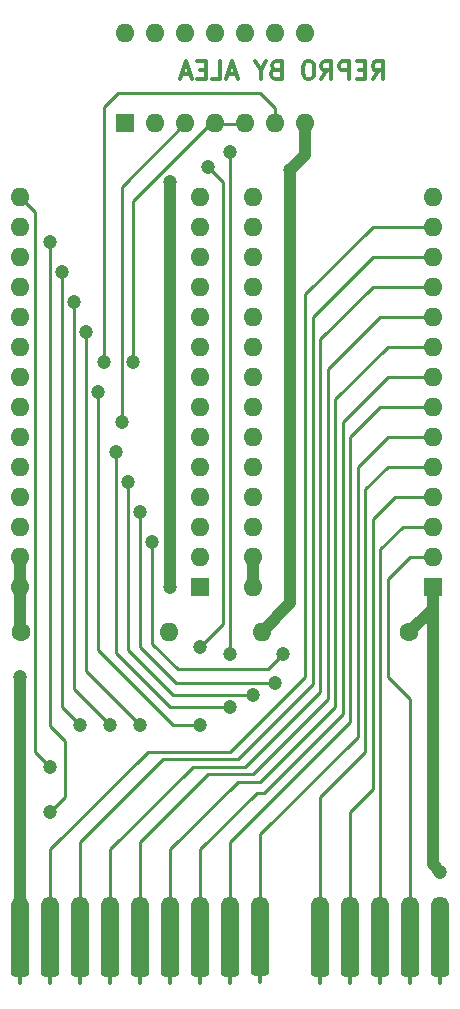
<source format=gbl>
%TF.GenerationSoftware,KiCad,Pcbnew,8.0.6+1*%
%TF.CreationDate,2024-12-27T19:20:12+01:00*%
%TF.ProjectId,QL_ROM_Cartridge_original,514c5f52-4f4d-45f4-9361-727472696467,0*%
%TF.SameCoordinates,Original*%
%TF.FileFunction,Copper,L2,Bot*%
%TF.FilePolarity,Positive*%
%FSLAX46Y46*%
G04 Gerber Fmt 4.6, Leading zero omitted, Abs format (unit mm)*
G04 Created by KiCad (PCBNEW 8.0.6+1) date 2024-12-27 19:20:12*
%MOMM*%
%LPD*%
G01*
G04 APERTURE LIST*
G04 Aperture macros list*
%AMRoundRect*
0 Rectangle with rounded corners*
0 $1 Rounding radius*
0 $2 $3 $4 $5 $6 $7 $8 $9 X,Y pos of 4 corners*
0 Add a 4 corners polygon primitive as box body*
4,1,4,$2,$3,$4,$5,$6,$7,$8,$9,$2,$3,0*
0 Add four circle primitives for the rounded corners*
1,1,$1+$1,$2,$3*
1,1,$1+$1,$4,$5*
1,1,$1+$1,$6,$7*
1,1,$1+$1,$8,$9*
0 Add four rect primitives between the rounded corners*
20,1,$1+$1,$2,$3,$4,$5,0*
20,1,$1+$1,$4,$5,$6,$7,0*
20,1,$1+$1,$6,$7,$8,$9,0*
20,1,$1+$1,$8,$9,$2,$3,0*%
G04 Aperture macros list end*
%ADD10C,0.300000*%
%TA.AperFunction,NonConductor*%
%ADD11C,0.300000*%
%TD*%
%TA.AperFunction,EtchedComponent*%
%ADD12C,0.300000*%
%TD*%
%TA.AperFunction,ComponentPad*%
%ADD13R,1.600000X1.600000*%
%TD*%
%TA.AperFunction,ComponentPad*%
%ADD14O,1.600000X1.600000*%
%TD*%
%TA.AperFunction,ConnectorPad*%
%ADD15RoundRect,0.762000X-0.000010X-1.738000X0.000010X-1.738000X0.000010X1.738000X-0.000010X1.738000X0*%
%TD*%
%TA.AperFunction,ConnectorPad*%
%ADD16RoundRect,0.228600X-0.533400X-2.271400X0.533400X-2.271400X0.533400X2.271400X-0.533400X2.271400X0*%
%TD*%
%TA.AperFunction,ComponentPad*%
%ADD17C,1.600000*%
%TD*%
%TA.AperFunction,ViaPad*%
%ADD18C,1.200000*%
%TD*%
%TA.AperFunction,Conductor*%
%ADD19C,1.000000*%
%TD*%
%TA.AperFunction,Conductor*%
%ADD20C,0.250000*%
%TD*%
%ADD21C,0.350000*%
G04 APERTURE END LIST*
D10*
D11*
X32372142Y77299672D02*
X32872142Y78013958D01*
X33229285Y77299672D02*
X33229285Y78799672D01*
X33229285Y78799672D02*
X32657856Y78799672D01*
X32657856Y78799672D02*
X32514999Y78728243D01*
X32514999Y78728243D02*
X32443570Y78656815D01*
X32443570Y78656815D02*
X32372142Y78513958D01*
X32372142Y78513958D02*
X32372142Y78299672D01*
X32372142Y78299672D02*
X32443570Y78156815D01*
X32443570Y78156815D02*
X32514999Y78085386D01*
X32514999Y78085386D02*
X32657856Y78013958D01*
X32657856Y78013958D02*
X33229285Y78013958D01*
X31729285Y78085386D02*
X31229285Y78085386D01*
X31014999Y77299672D02*
X31729285Y77299672D01*
X31729285Y77299672D02*
X31729285Y78799672D01*
X31729285Y78799672D02*
X31014999Y78799672D01*
X30372142Y77299672D02*
X30372142Y78799672D01*
X30372142Y78799672D02*
X29800713Y78799672D01*
X29800713Y78799672D02*
X29657856Y78728243D01*
X29657856Y78728243D02*
X29586427Y78656815D01*
X29586427Y78656815D02*
X29514999Y78513958D01*
X29514999Y78513958D02*
X29514999Y78299672D01*
X29514999Y78299672D02*
X29586427Y78156815D01*
X29586427Y78156815D02*
X29657856Y78085386D01*
X29657856Y78085386D02*
X29800713Y78013958D01*
X29800713Y78013958D02*
X30372142Y78013958D01*
X28014999Y77299672D02*
X28514999Y78013958D01*
X28872142Y77299672D02*
X28872142Y78799672D01*
X28872142Y78799672D02*
X28300713Y78799672D01*
X28300713Y78799672D02*
X28157856Y78728243D01*
X28157856Y78728243D02*
X28086427Y78656815D01*
X28086427Y78656815D02*
X28014999Y78513958D01*
X28014999Y78513958D02*
X28014999Y78299672D01*
X28014999Y78299672D02*
X28086427Y78156815D01*
X28086427Y78156815D02*
X28157856Y78085386D01*
X28157856Y78085386D02*
X28300713Y78013958D01*
X28300713Y78013958D02*
X28872142Y78013958D01*
X27086427Y78799672D02*
X26800713Y78799672D01*
X26800713Y78799672D02*
X26657856Y78728243D01*
X26657856Y78728243D02*
X26514999Y78585386D01*
X26514999Y78585386D02*
X26443570Y78299672D01*
X26443570Y78299672D02*
X26443570Y77799672D01*
X26443570Y77799672D02*
X26514999Y77513958D01*
X26514999Y77513958D02*
X26657856Y77371100D01*
X26657856Y77371100D02*
X26800713Y77299672D01*
X26800713Y77299672D02*
X27086427Y77299672D01*
X27086427Y77299672D02*
X27229285Y77371100D01*
X27229285Y77371100D02*
X27372142Y77513958D01*
X27372142Y77513958D02*
X27443570Y77799672D01*
X27443570Y77799672D02*
X27443570Y78299672D01*
X27443570Y78299672D02*
X27372142Y78585386D01*
X27372142Y78585386D02*
X27229285Y78728243D01*
X27229285Y78728243D02*
X27086427Y78799672D01*
X24157856Y78085386D02*
X23943570Y78013958D01*
X23943570Y78013958D02*
X23872141Y77942529D01*
X23872141Y77942529D02*
X23800713Y77799672D01*
X23800713Y77799672D02*
X23800713Y77585386D01*
X23800713Y77585386D02*
X23872141Y77442529D01*
X23872141Y77442529D02*
X23943570Y77371100D01*
X23943570Y77371100D02*
X24086427Y77299672D01*
X24086427Y77299672D02*
X24657856Y77299672D01*
X24657856Y77299672D02*
X24657856Y78799672D01*
X24657856Y78799672D02*
X24157856Y78799672D01*
X24157856Y78799672D02*
X24014999Y78728243D01*
X24014999Y78728243D02*
X23943570Y78656815D01*
X23943570Y78656815D02*
X23872141Y78513958D01*
X23872141Y78513958D02*
X23872141Y78371100D01*
X23872141Y78371100D02*
X23943570Y78228243D01*
X23943570Y78228243D02*
X24014999Y78156815D01*
X24014999Y78156815D02*
X24157856Y78085386D01*
X24157856Y78085386D02*
X24657856Y78085386D01*
X22872141Y78013958D02*
X22872141Y77299672D01*
X23372141Y78799672D02*
X22872141Y78013958D01*
X22872141Y78013958D02*
X22372141Y78799672D01*
X20800713Y77728243D02*
X20086428Y77728243D01*
X20943570Y77299672D02*
X20443570Y78799672D01*
X20443570Y78799672D02*
X19943570Y77299672D01*
X18729285Y77299672D02*
X19443571Y77299672D01*
X19443571Y77299672D02*
X19443571Y78799672D01*
X18229285Y78085386D02*
X17729285Y78085386D01*
X17514999Y77299672D02*
X18229285Y77299672D01*
X18229285Y77299672D02*
X18229285Y78799672D01*
X18229285Y78799672D02*
X17514999Y78799672D01*
X16943570Y77728243D02*
X16229285Y77728243D01*
X17086427Y77299672D02*
X16586427Y78799672D01*
X16586427Y78799672D02*
X16086427Y77299672D01*
D12*
%TO.C,J1*%
X2540000Y747400D02*
X2540000Y1357000D01*
X5080000Y747400D02*
X5080000Y1357000D01*
X7620000Y772800D02*
X7620000Y1382400D01*
X10160000Y747400D02*
X10160000Y1357000D01*
X12700000Y747400D02*
X12700000Y1382400D01*
X15240000Y772800D02*
X15240000Y1382400D01*
X17780000Y747400D02*
X17780000Y1357000D01*
X20320000Y772800D02*
X20320000Y1382400D01*
X22860000Y812800D02*
X22860000Y1397000D01*
X27940000Y772800D02*
X27940000Y1357000D01*
X30480000Y732800D02*
X30480000Y1270000D01*
X33020000Y732800D02*
X33020000Y1270000D01*
X35560000Y732800D02*
X35560000Y1317000D01*
X38100000Y747400D02*
X38100000Y1357000D01*
%TD*%
D13*
%TO.P,IC3,1*%
%TO.N,/A15*%
X11430000Y73533000D03*
D14*
%TO.P,IC3,2*%
%TO.N,/ROMOE*%
X13970000Y73533000D03*
%TO.P,IC3,3*%
%TO.N,/U_ROMOE*%
X16510000Y73533000D03*
%TO.P,IC3,4*%
%TO.N,/U2_CE*%
X19050000Y73533000D03*
%TO.P,IC3,5*%
X21590000Y73533000D03*
%TO.P,IC3,6*%
%TO.N,/U1_CE*%
X24130000Y73533000D03*
%TO.P,IC3,7,GND*%
%TO.N,GND*%
X26670000Y73533000D03*
%TO.P,IC3,8*%
%TO.N,/U2_CE*%
X26670000Y81153000D03*
%TO.P,IC3,9*%
%TO.N,/A14*%
X24130000Y81153000D03*
%TO.P,IC3,10*%
%TO.N,/A15*%
X21590000Y81153000D03*
%TO.P,IC3,11*%
%TO.N,unconnected-(IC3-Pad11)*%
X19050000Y81153000D03*
%TO.P,IC3,12*%
%TO.N,unconnected-(IC3-Pad12)*%
X16510000Y81153000D03*
%TO.P,IC3,13*%
%TO.N,unconnected-(IC3-Pad13)*%
X13970000Y81153000D03*
%TO.P,IC3,14,VCC*%
%TO.N,VCC*%
X11430000Y81153000D03*
%TD*%
D13*
%TO.P,IC2,1,VPP*%
%TO.N,VCC*%
X37465000Y34290000D03*
D14*
%TO.P,IC2,2,A12*%
%TO.N,/A12*%
X37465000Y36830000D03*
%TO.P,IC2,3,A7*%
%TO.N,/A7*%
X37465000Y39370000D03*
%TO.P,IC2,4,A6*%
%TO.N,/A6*%
X37465000Y41910000D03*
%TO.P,IC2,5,A5*%
%TO.N,/A5*%
X37465000Y44450000D03*
%TO.P,IC2,6,A4*%
%TO.N,/A4*%
X37465000Y46990000D03*
%TO.P,IC2,7,A3*%
%TO.N,/A3*%
X37465000Y49530000D03*
%TO.P,IC2,8,A2*%
%TO.N,/A2*%
X37465000Y52070000D03*
%TO.P,IC2,9,A1*%
%TO.N,/A1*%
X37465000Y54610000D03*
%TO.P,IC2,10,A0*%
%TO.N,/A0*%
X37465000Y57150000D03*
%TO.P,IC2,11,D0*%
%TO.N,/D0*%
X37465000Y59690000D03*
%TO.P,IC2,12,D1*%
%TO.N,/D1*%
X37465000Y62230000D03*
%TO.P,IC2,13,D2*%
%TO.N,/D2*%
X37465000Y64770000D03*
%TO.P,IC2,14,GND*%
%TO.N,GND*%
X37465000Y67310000D03*
%TO.P,IC2,15,D3*%
%TO.N,/D3*%
X22225000Y67310000D03*
%TO.P,IC2,16,D4*%
%TO.N,/D4*%
X22225000Y64770000D03*
%TO.P,IC2,17,D5*%
%TO.N,/D5*%
X22225000Y62230000D03*
%TO.P,IC2,18,D6*%
%TO.N,/D6*%
X22225000Y59690000D03*
%TO.P,IC2,19,D7*%
%TO.N,/D7*%
X22225000Y57150000D03*
%TO.P,IC2,20,~{CE}*%
%TO.N,/U2_CE*%
X22225000Y54610000D03*
%TO.P,IC2,21,A10*%
%TO.N,/A10*%
X22225000Y52070000D03*
%TO.P,IC2,22,~{OE}*%
%TO.N,/U_ROMOE*%
X22225000Y49530000D03*
%TO.P,IC2,23,A11*%
%TO.N,/A11*%
X22225000Y46990000D03*
%TO.P,IC2,24,A9*%
%TO.N,/A9*%
X22225000Y44450000D03*
%TO.P,IC2,25,A8*%
%TO.N,/A8*%
X22225000Y41910000D03*
%TO.P,IC2,26,A13*%
%TO.N,/A13*%
X22225000Y39370000D03*
%TO.P,IC2,27,~{PGM}*%
%TO.N,VCC*%
X22225000Y36830000D03*
%TO.P,IC2,28,VCC*%
X22225000Y34290000D03*
%TD*%
D15*
%TO.P,J1,2,N/C*%
%TO.N,unconnected-(J1-N{slash}C-Pad2)_1*%
X38100000Y5548000D03*
D16*
%TO.N,unconnected-(J1-N{slash}C-Pad2)*%
X38100000Y3810000D03*
D15*
%TO.P,J1,4,A12*%
%TO.N,/A12*%
X35560000Y5548000D03*
D16*
X35560000Y3770000D03*
D15*
%TO.P,J1,6,A7*%
%TO.N,/A7*%
X33020000Y5548000D03*
D16*
X33020000Y3770000D03*
D15*
%TO.P,J1,8,A6*%
%TO.N,/A6*%
X30480000Y5548000D03*
D16*
X30480000Y3770000D03*
D15*
%TO.P,J1,10,A5*%
%TO.N,/A5*%
X27940000Y5588000D03*
D16*
X27940000Y3810000D03*
D15*
%TO.P,J1,12,A4*%
%TO.N,/A4*%
X22860000Y5588000D03*
D16*
X22860000Y3850000D03*
D15*
%TO.P,J1,14,A3*%
%TO.N,/A3*%
X20320000Y5548000D03*
D16*
X20320000Y3810000D03*
D15*
%TO.P,J1,16,A2*%
%TO.N,/A2*%
X17780000Y5548000D03*
D16*
X17780000Y3810000D03*
D15*
%TO.P,J1,18,A1*%
%TO.N,/A1*%
X15240000Y5548000D03*
D16*
X15240000Y3820800D03*
D15*
%TO.P,J1,20,A0*%
%TO.N,/A0*%
X12700000Y5548000D03*
D16*
X12700000Y3820800D03*
D15*
%TO.P,J1,22,D0*%
%TO.N,/D0*%
X10160000Y5548000D03*
D16*
X10160000Y3820800D03*
%TO.P,J1,24,D1*%
%TO.N,/D1*%
X7594600Y3820800D03*
D15*
X7620000Y5588000D03*
%TO.P,J1,26,D2*%
%TO.N,/D2*%
X5080000Y5548000D03*
D16*
X5080000Y3810000D03*
D15*
%TO.P,J1,28,GND*%
%TO.N,GND*%
X2540000Y5548000D03*
D16*
X2540000Y3810000D03*
%TD*%
D13*
%TO.P,IC1,1,VPP*%
%TO.N,VCC*%
X17785000Y34300000D03*
D14*
%TO.P,IC1,2,A12*%
%TO.N,/A12*%
X17785000Y36840000D03*
%TO.P,IC1,3,A7*%
%TO.N,/A7*%
X17785000Y39380000D03*
%TO.P,IC1,4,A6*%
%TO.N,/A6*%
X17785000Y41920000D03*
%TO.P,IC1,5,A5*%
%TO.N,/A5*%
X17785000Y44460000D03*
%TO.P,IC1,6,A4*%
%TO.N,/A4*%
X17785000Y47000000D03*
%TO.P,IC1,7,A3*%
%TO.N,/A3*%
X17785000Y49540000D03*
%TO.P,IC1,8,A2*%
%TO.N,/A2*%
X17785000Y52080000D03*
%TO.P,IC1,9,A1*%
%TO.N,/A1*%
X17785000Y54620000D03*
%TO.P,IC1,10,A0*%
%TO.N,/A0*%
X17785000Y57160000D03*
%TO.P,IC1,11,D0*%
%TO.N,/D0*%
X17785000Y59700000D03*
%TO.P,IC1,12,D1*%
%TO.N,/D1*%
X17785000Y62240000D03*
%TO.P,IC1,13,D2*%
%TO.N,/D2*%
X17785000Y64780000D03*
%TO.P,IC1,14,GND*%
%TO.N,GND*%
X17785000Y67320000D03*
%TO.P,IC1,15,D3*%
%TO.N,/D3*%
X2545000Y67320000D03*
%TO.P,IC1,16,D4*%
%TO.N,/D4*%
X2545000Y64780000D03*
%TO.P,IC1,17,D5*%
%TO.N,/D5*%
X2545000Y62240000D03*
%TO.P,IC1,18,D6*%
%TO.N,/D6*%
X2545000Y59700000D03*
%TO.P,IC1,19,D7*%
%TO.N,/D7*%
X2545000Y57160000D03*
%TO.P,IC1,20,~{CE}*%
%TO.N,/U1_CE*%
X2545000Y54620000D03*
%TO.P,IC1,21,A10*%
%TO.N,/A10*%
X2545000Y52080000D03*
%TO.P,IC1,22,~{OE}*%
%TO.N,/U_ROMOE*%
X2545000Y49540000D03*
%TO.P,IC1,23,A11*%
%TO.N,/A11*%
X2545000Y47000000D03*
%TO.P,IC1,24,A9*%
%TO.N,/A9*%
X2545000Y44460000D03*
%TO.P,IC1,25,A8*%
%TO.N,/A8*%
X2545000Y41920000D03*
%TO.P,IC1,26,A13*%
%TO.N,/A13*%
X2545000Y39380000D03*
%TO.P,IC1,27,~{PGM}*%
%TO.N,VCC*%
X2545000Y36840000D03*
%TO.P,IC1,28,VCC*%
X2545000Y34300000D03*
%TD*%
D17*
%TO.P,C1,1*%
%TO.N,VCC*%
X2620000Y30480000D03*
D14*
%TO.P,C1,2*%
%TO.N,GND*%
X15120000Y30480000D03*
%TD*%
D17*
%TO.P,C2,1*%
%TO.N,VCC*%
X35460000Y30480000D03*
D14*
%TO.P,C2,2*%
%TO.N,GND*%
X22960000Y30480000D03*
%TD*%
D18*
%TO.N,VCC*%
X38100000Y10160000D03*
X15240000Y34275000D03*
X15240000Y68580000D03*
%TO.N,GND*%
X25400000Y69596000D03*
X2540000Y26670000D03*
%TO.N,/D3*%
X5080000Y19050000D03*
%TO.N,/D4*%
X5080000Y63500000D03*
X5080000Y15240000D03*
%TO.N,/D5*%
X7620000Y22606000D03*
X6096000Y60960000D03*
%TO.N,/D6*%
X7112000Y58420000D03*
X10160000Y22606000D03*
%TO.N,/D7*%
X8128000Y55880000D03*
X12700000Y22606000D03*
%TO.N,/A15*%
X18415000Y69850000D03*
X17780000Y29210000D03*
%TO.N,/A10*%
X17780000Y22606000D03*
X9144000Y50800000D03*
%TO.N,/ROMOE*%
X20320000Y28575000D03*
X20320000Y71120000D03*
%TO.N,/A11*%
X20320000Y24130000D03*
X10668000Y45720000D03*
%TO.N,/A9*%
X11684000Y43180000D03*
X22225000Y25146000D03*
%TO.N,/A8*%
X12700000Y40640000D03*
X24130000Y26162000D03*
%TO.N,/A13*%
X24765000Y28575000D03*
X13716000Y38100000D03*
%TO.N,/U1_CE*%
X9652000Y53340000D03*
%TO.N,/U2_CE*%
X12065000Y53340000D03*
%TO.N,/U_ROMOE*%
X11176000Y48260000D03*
%TD*%
D19*
%TO.N,GND*%
X26670000Y73533000D02*
X26670000Y70866000D01*
X26670000Y70866000D02*
X25400000Y69596000D01*
D20*
%TO.N,/U1_CE*%
X9652000Y53340000D02*
X9652000Y74930000D01*
%TO.N,/U_ROMOE*%
X11140489Y48295511D02*
X11140489Y66802000D01*
X16510000Y73533000D02*
X11140489Y68163489D01*
X11140489Y68163489D02*
X11140489Y66802000D01*
%TO.N,/U2_CE*%
X12065000Y53340000D02*
X12065000Y65278000D01*
X12065000Y66948000D02*
X12065000Y65278000D01*
X19050000Y73533000D02*
X18650000Y73533000D01*
X18650000Y73533000D02*
X12065000Y66948000D01*
D19*
%TO.N,VCC*%
X37465000Y32385000D02*
X35460000Y30480000D01*
X2545000Y30555000D02*
X2620000Y30480000D01*
X37465000Y34290000D02*
X37465000Y32385000D01*
X2545000Y36815000D02*
X2545000Y34275000D01*
X22225000Y36830000D02*
X22225000Y34290000D01*
X37465000Y10795000D02*
X38100000Y10160000D01*
X37465000Y32512000D02*
X37465000Y10795000D01*
X15240000Y34275000D02*
X15240000Y68580000D01*
X2545000Y34300000D02*
X2545000Y30555000D01*
%TO.N,GND*%
X25395000Y63505000D02*
X25400000Y63500000D01*
X25400000Y63500000D02*
X25400000Y32920000D01*
X25400000Y32920000D02*
X22960000Y30480000D01*
X25400000Y69596000D02*
X25395000Y63505000D01*
X2540000Y26670000D02*
X2540000Y5548000D01*
D20*
%TO.N,/D3*%
X3810000Y66030000D02*
X2545000Y67295000D01*
X5080000Y19050000D02*
X3810000Y20320000D01*
X3810000Y20320000D02*
X3810000Y66030000D01*
%TO.N,/D4*%
X5080000Y63500000D02*
X5080000Y22545960D01*
X6350000Y21275960D02*
X6350000Y16510000D01*
X6350000Y16510000D02*
X5080000Y15240000D01*
X5080000Y22545960D02*
X6350000Y21275960D01*
%TO.N,/D2*%
X5080000Y7747000D02*
X5080000Y12065000D01*
X26670000Y26670000D02*
X26670000Y59055000D01*
X32395000Y64780000D02*
X37465000Y64780000D01*
X13335000Y20320000D02*
X20320000Y20320000D01*
X5080000Y12065000D02*
X13335000Y20320000D01*
X20320000Y20320000D02*
X26670000Y26670000D01*
X26670000Y59055000D02*
X32395000Y64780000D01*
%TO.N,/D5*%
X7620000Y22606000D02*
X6096000Y24130000D01*
X6096000Y24130000D02*
X6096000Y60960000D01*
%TO.N,/D1*%
X20955000Y19685000D02*
X27305000Y26035000D01*
X7620000Y7787000D02*
X7620000Y12700000D01*
X27305000Y26035000D02*
X27305000Y57150000D01*
X32395000Y62240000D02*
X37465000Y62240000D01*
X7620000Y12700000D02*
X14605000Y19685000D01*
X14605000Y19685000D02*
X20955000Y19685000D01*
X27305000Y57150000D02*
X32395000Y62240000D01*
%TO.N,/D6*%
X7112000Y25654000D02*
X7112000Y58420000D01*
X10160000Y22606000D02*
X7112000Y25654000D01*
%TO.N,/D0*%
X27940000Y25400000D02*
X27940000Y55245000D01*
X27940000Y55245000D02*
X32395000Y59700000D01*
X32395000Y59700000D02*
X37465000Y59700000D01*
X10160000Y12065000D02*
X17145000Y19050000D01*
X21590000Y19050000D02*
X27940000Y25400000D01*
X17145000Y19050000D02*
X21590000Y19050000D01*
X10160000Y7747000D02*
X10160000Y12065000D01*
%TO.N,/D7*%
X12700000Y22606000D02*
X8128000Y27178000D01*
X8128000Y27178000D02*
X8128000Y55880000D01*
%TO.N,/A0*%
X18415000Y18415000D02*
X22225000Y18415000D01*
X33030000Y57160000D02*
X37465000Y57160000D01*
X12700000Y7747000D02*
X12700000Y12700000D01*
X28575000Y52705000D02*
X33030000Y57160000D01*
X28575000Y24765000D02*
X28575000Y52705000D01*
X12700000Y12700000D02*
X18415000Y18415000D01*
X22225000Y18415000D02*
X28575000Y24765000D01*
%TO.N,/A15*%
X19685000Y68580000D02*
X18415000Y69850000D01*
X17780000Y29210000D02*
X19685000Y31115000D01*
X19685000Y31115000D02*
X19685000Y68580000D01*
%TO.N,/A1*%
X22860000Y17780000D02*
X29210000Y24130000D01*
X20955000Y17780000D02*
X22860000Y17780000D01*
X15240000Y12065000D02*
X20955000Y17780000D01*
X15240000Y7747000D02*
X15240000Y12065000D01*
X33665000Y54620000D02*
X37465000Y54620000D01*
X29210000Y24130000D02*
X29210000Y50165000D01*
X29210000Y50165000D02*
X33665000Y54620000D01*
%TO.N,/A10*%
X9144000Y28956000D02*
X9144000Y50800000D01*
X15494000Y22606000D02*
X9144000Y28956000D01*
X17780000Y22606000D02*
X15494000Y22606000D01*
%TO.N,/A2*%
X17780000Y12065000D02*
X22542500Y16827500D01*
X22542500Y16827500D02*
X23177500Y16827500D01*
X23177500Y16827500D02*
X29845000Y23495000D01*
X29845000Y23495000D02*
X29845000Y48260000D01*
X29845000Y48260000D02*
X33665000Y52080000D01*
X17780000Y7747000D02*
X17780000Y12065000D01*
X33665000Y52080000D02*
X37465000Y52080000D01*
%TO.N,/ROMOE*%
X20320000Y28575000D02*
X20320000Y71120000D01*
%TO.N,/A3*%
X20320000Y12700000D02*
X30480000Y22860000D01*
X20320000Y7747000D02*
X20320000Y12700000D01*
X30480000Y46990000D02*
X30480000Y22860000D01*
X33030000Y49540000D02*
X30480000Y46990000D01*
X37465000Y49540000D02*
X33030000Y49540000D01*
%TO.N,/A11*%
X10668000Y28702000D02*
X10668000Y45720000D01*
X20320000Y24130000D02*
X15240000Y24130000D01*
X15240000Y24130000D02*
X10668000Y28702000D01*
%TO.N,/A4*%
X31115000Y44450000D02*
X31115000Y21590000D01*
X33665000Y47000000D02*
X31115000Y44450000D01*
X31115000Y21590000D02*
X22860000Y13335000D01*
X37465000Y47000000D02*
X33665000Y47000000D01*
X22860000Y13335000D02*
X22860000Y7787000D01*
%TO.N,/A9*%
X15494000Y25146000D02*
X11684000Y28956000D01*
X11684000Y28956000D02*
X11684000Y43180000D01*
X22225000Y25146000D02*
X15494000Y25146000D01*
%TO.N,/A5*%
X27940000Y16510000D02*
X31750000Y20320000D01*
X27940000Y7787000D02*
X27940000Y16510000D01*
X31750000Y20320000D02*
X31750000Y42545000D01*
X31750000Y42545000D02*
X33665000Y44460000D01*
X33665000Y44460000D02*
X37465000Y44460000D01*
%TO.N,/A8*%
X15748000Y26162000D02*
X12700000Y29210000D01*
X24130000Y26162000D02*
X15748000Y26162000D01*
X12700000Y29210000D02*
X12700000Y40640000D01*
%TO.N,/A6*%
X32385000Y40005000D02*
X34300000Y41920000D01*
X34300000Y41920000D02*
X37465000Y41920000D01*
X30480000Y15240000D02*
X32385000Y17145000D01*
X32385000Y17145000D02*
X32385000Y40005000D01*
X30480000Y7747000D02*
X30480000Y15240000D01*
%TO.N,/A13*%
X13716000Y29464000D02*
X15875000Y27305000D01*
X23495000Y27305000D02*
X24765000Y28575000D01*
X13716000Y38100000D02*
X13716000Y29464000D01*
X15875000Y27305000D02*
X23495000Y27305000D01*
%TO.N,/A7*%
X34935000Y39380000D02*
X37465000Y39380000D01*
X33020000Y37465000D02*
X34935000Y39380000D01*
X33020000Y5548000D02*
X33020000Y37465000D01*
%TO.N,/A12*%
X35570000Y36840000D02*
X33655000Y34925000D01*
X33655000Y34925000D02*
X33655000Y31750000D01*
X37465000Y36840000D02*
X35570000Y36840000D01*
X33652500Y32387500D02*
X33652500Y26672500D01*
X35560000Y24765000D02*
X35560000Y5548000D01*
X33655000Y31750000D02*
X33652500Y31752500D01*
X33652500Y26672500D02*
X35560000Y24765000D01*
%TO.N,/U1_CE*%
X9652000Y74930000D02*
X10795000Y76073000D01*
X10795000Y76073000D02*
X22860000Y76073000D01*
X22860000Y76073000D02*
X24125000Y74808000D01*
X24125000Y74808000D02*
X24125000Y73518000D01*
%TO.N,/U2_CE*%
X21585000Y73518000D02*
X19494520Y73518000D01*
%TO.N,/U_ROMOE*%
X11176000Y48260000D02*
X11140489Y48295511D01*
%TD*%
D21*
X38100000Y10160000D03*
X15240000Y34275000D03*
X15240000Y68580000D03*
X25400000Y69596000D03*
X2540000Y26670000D03*
X5080000Y19050000D03*
X5080000Y63500000D03*
X5080000Y15240000D03*
X7620000Y22606000D03*
X6096000Y60960000D03*
X7112000Y58420000D03*
X10160000Y22606000D03*
X8128000Y55880000D03*
X12700000Y22606000D03*
X18415000Y69850000D03*
X17780000Y29210000D03*
X17780000Y22606000D03*
X9144000Y50800000D03*
X20320000Y28575000D03*
X20320000Y71120000D03*
X20320000Y24130000D03*
X10668000Y45720000D03*
X11684000Y43180000D03*
X22225000Y25146000D03*
X12700000Y40640000D03*
X24130000Y26162000D03*
X24765000Y28575000D03*
X13716000Y38100000D03*
X9652000Y53340000D03*
X12065000Y53340000D03*
X11176000Y48260000D03*
X11430000Y73533000D03*
X13970000Y73533000D03*
X16510000Y73533000D03*
X19050000Y73533000D03*
X21590000Y73533000D03*
X24130000Y73533000D03*
X26670000Y73533000D03*
X26670000Y81153000D03*
X24130000Y81153000D03*
X21590000Y81153000D03*
X19050000Y81153000D03*
X16510000Y81153000D03*
X13970000Y81153000D03*
X11430000Y81153000D03*
X37465000Y34290000D03*
X37465000Y36830000D03*
X37465000Y39370000D03*
X37465000Y41910000D03*
X37465000Y44450000D03*
X37465000Y46990000D03*
X37465000Y49530000D03*
X37465000Y52070000D03*
X37465000Y54610000D03*
X37465000Y57150000D03*
X37465000Y59690000D03*
X37465000Y62230000D03*
X37465000Y64770000D03*
X37465000Y67310000D03*
X22225000Y67310000D03*
X22225000Y64770000D03*
X22225000Y62230000D03*
X22225000Y59690000D03*
X22225000Y57150000D03*
X22225000Y54610000D03*
X22225000Y52070000D03*
X22225000Y49530000D03*
X22225000Y46990000D03*
X22225000Y44450000D03*
X22225000Y41910000D03*
X22225000Y39370000D03*
X22225000Y36830000D03*
X22225000Y34290000D03*
X17785000Y34300000D03*
X17785000Y36840000D03*
X17785000Y39380000D03*
X17785000Y41920000D03*
X17785000Y44460000D03*
X17785000Y47000000D03*
X17785000Y49540000D03*
X17785000Y52080000D03*
X17785000Y54620000D03*
X17785000Y57160000D03*
X17785000Y59700000D03*
X17785000Y62240000D03*
X17785000Y64780000D03*
X17785000Y67320000D03*
X2545000Y67320000D03*
X2545000Y64780000D03*
X2545000Y62240000D03*
X2545000Y59700000D03*
X2545000Y57160000D03*
X2545000Y54620000D03*
X2545000Y52080000D03*
X2545000Y49540000D03*
X2545000Y47000000D03*
X2545000Y44460000D03*
X2545000Y41920000D03*
X2545000Y39380000D03*
X2545000Y36840000D03*
X2545000Y34300000D03*
X2620000Y30480000D03*
X15120000Y30480000D03*
X35460000Y30480000D03*
X22960000Y30480000D03*
M02*

</source>
